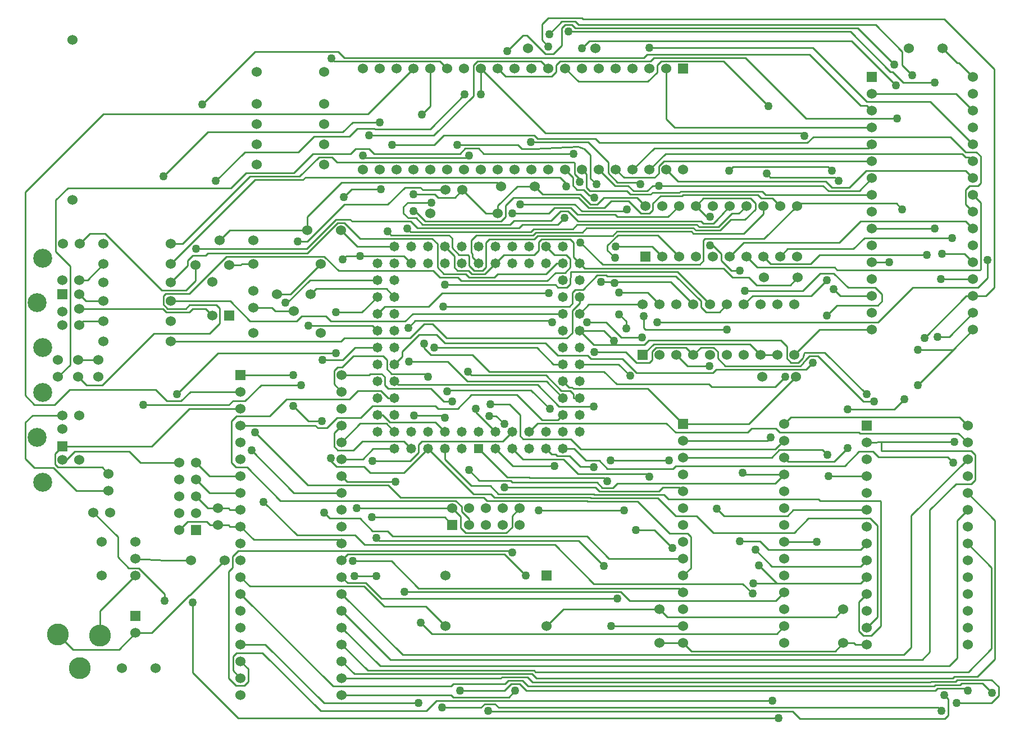
<source format=gbl>
%FSLAX25Y25*%
%MOIN*%
G70*
G01*
G75*
G04 Layer_Physical_Order=2*
G04 Layer_Color=16711680*
%ADD10C,0.01000*%
%ADD11R,0.06000X0.06000*%
%ADD12C,0.06000*%
%ADD13R,0.05800X0.05800*%
%ADD14C,0.05800*%
%ADD15R,0.06000X0.06000*%
%ADD16C,0.11200*%
%ADD17C,0.13000*%
%ADD18C,0.05000*%
D10*
X127000Y135000D02*
X133200D01*
X133952Y134248D01*
X140300D01*
X200300Y164248D02*
X212700D01*
X218952Y170500D01*
X231500D01*
X389000Y55000D02*
X395900D01*
X395916Y55016D01*
X402900D01*
X498000Y55000D02*
X504300D01*
X505284Y54016D01*
X511700D01*
X133500Y279500D02*
X140500D01*
X141000Y280000D01*
X148000D01*
Y254000D02*
X159000D01*
X161000Y252000D01*
X172000D01*
X44000Y223000D02*
X56000D01*
X449000Y226000D02*
X459000D01*
X127000Y125000D02*
X133200D01*
X133952Y124248D01*
X140300D01*
X512800Y348800D02*
X515000Y351000D01*
X385800Y348800D02*
X512800D01*
X373000Y336000D02*
X385800Y348800D01*
X122200Y125000D02*
X127000D01*
X120200Y127000D02*
X122200Y125000D01*
X109000Y127000D02*
X120200D01*
X104000Y122000D02*
X109000Y127000D01*
X49400Y270400D02*
X59000Y280000D01*
X44400Y270400D02*
X49400D01*
X286000Y310000D02*
X293000D01*
X272000Y324000D02*
X286000Y310000D01*
X557000Y408000D02*
X565500Y399500D01*
X566500D01*
X575000Y391000D01*
X200000Y300000D02*
X209500Y290500D01*
X231500D01*
X128000Y294000D02*
X134000Y300000D01*
X180000D01*
X200300Y64248D02*
X223148Y41400D01*
X560800D01*
X565400Y46000D01*
Y127716D01*
X571700Y134016D01*
X322000Y65000D02*
X332000Y75000D01*
X389000D01*
X45000Y292000D02*
X51000Y298000D01*
X60000D01*
X93500Y264500D01*
X108000D01*
X113500Y270000D01*
Y279500D01*
X563100Y229100D02*
X575000Y241000D01*
X44500Y253500D02*
X94100D01*
X96100Y251500D01*
X109750D01*
X111750Y253500D01*
X119500D01*
X123500Y249500D01*
X384629Y290300D02*
X390429Y284500D01*
X363000Y290300D02*
X384629D01*
X387829Y297100D02*
X400429Y284500D01*
X364102Y297100D02*
X387829D01*
X358000Y290998D02*
X364102Y297100D01*
X358000Y288200D02*
Y290998D01*
Y288200D02*
X362500Y283700D01*
X337900Y284100D02*
X341500Y280500D01*
X337900Y284100D02*
Y292900D01*
X335900Y294900D02*
X337900Y292900D01*
X318800Y294900D02*
X335900D01*
X317100Y293200D02*
X318800Y294900D01*
X317100Y288000D02*
Y293200D01*
X314600Y285500D02*
X317100Y288000D01*
X296500Y285500D02*
X314600D01*
X291500Y280500D02*
X296500Y285500D01*
X383000Y336000D02*
X392500Y345500D01*
X568500D01*
X570422Y343578D01*
X572422D01*
X575000Y341000D01*
X279800Y192200D02*
X291500Y180500D01*
X279800Y192200D02*
Y194200D01*
X274500Y343000D02*
X276000Y344500D01*
X214500Y343000D02*
X274500D01*
X213000Y344500D02*
X214500Y343000D01*
X393000Y366000D02*
Y396000D01*
Y366000D02*
X398000Y361000D01*
X515000D01*
X565000Y381000D02*
X575000Y371000D01*
X515000Y381000D02*
X565000D01*
X283000Y396000D02*
X321300Y357700D01*
X473500D01*
X475000Y356200D01*
X556500Y286000D02*
X570000D01*
X575000Y281000D01*
X226700Y185300D02*
X231500Y180500D01*
X211352Y185300D02*
X226700D01*
X200300Y174248D02*
X211352Y185300D01*
X493100Y50100D02*
X498000Y55000D01*
X407816Y50100D02*
X493100D01*
X402900Y55016D02*
X407816Y50100D01*
X209300Y135000D02*
X266000D01*
X237100Y174900D02*
X241500Y170500D01*
X212600Y174900D02*
X237100D01*
X207100Y169400D02*
X212600Y174900D01*
X198000Y169400D02*
X207100D01*
X195800Y171600D02*
X198000Y169400D01*
X195800Y171600D02*
Y179748D01*
X200300Y184248D01*
X34600Y171900D02*
X87400D01*
X109748Y194248D01*
X140300D01*
X328600Y303500D02*
X332600Y307500D01*
X307500Y303500D02*
X328600D01*
X305500Y301500D02*
X307500Y303500D01*
X245100Y301500D02*
X305500D01*
X241300Y305300D02*
X245100Y301500D01*
X206500Y305300D02*
X241300D01*
X205300Y306500D02*
X206500Y305300D01*
X196800Y306500D02*
X205300D01*
X179400Y289100D02*
X196800Y306500D01*
X114000Y289100D02*
X179400D01*
X206800Y103700D02*
X229740D01*
X245940Y87500D01*
X400416D01*
X402900Y85016D01*
X341500Y256782D02*
Y260500D01*
X337100Y252382D02*
X341500Y256782D01*
X337100Y239200D02*
Y252382D01*
X334000Y236100D02*
X337100Y239200D01*
X262400Y236100D02*
X334000D01*
X254200Y244300D02*
X262400Y236100D01*
X249200Y244300D02*
X254200D01*
X241000Y236100D02*
X249200Y244300D01*
X202000Y236100D02*
X241000D01*
X199900Y234000D02*
X202000Y236100D01*
X99000Y234000D02*
X199900D01*
X311500Y180500D02*
X316500Y185500D01*
X392900D01*
X398400Y180000D01*
X441230D01*
X443580Y182350D01*
X458000D01*
X460350Y180000D01*
X507200D01*
X507700Y179500D01*
X566216D01*
X571700Y174016D01*
X360047Y65016D02*
X402900D01*
X259900Y16700D02*
X283000D01*
X285200Y18900D01*
X291200D01*
X293400Y16700D01*
X554300D01*
X556300Y14700D01*
X571700Y144016D02*
X587900Y127816D01*
Y45451D02*
Y127816D01*
X577615Y35166D02*
X587900Y45451D01*
X563900Y35166D02*
X577615D01*
X562934Y34200D02*
X563900Y35166D01*
X315800Y34200D02*
X562934D01*
X313300Y36700D02*
X315800Y34200D01*
X207848Y36700D02*
X313300D01*
X200300Y44248D02*
X207848Y36700D01*
X570309Y28091D02*
X571700Y26700D01*
X554000Y28091D02*
X570309D01*
X552609Y26700D02*
X554000Y28091D01*
X310000Y26700D02*
X552609D01*
X306000Y30700D02*
X310000Y26700D01*
X301000Y30700D02*
X306000D01*
X297000Y26700D02*
X301000Y30700D01*
X270600Y26700D02*
X297000D01*
X571700Y114016D02*
X585900Y99816D01*
Y51700D02*
Y99816D01*
X572100Y37900D02*
X585900Y51700D01*
X315300Y37900D02*
X572100D01*
X314500Y38700D02*
X315300Y37900D01*
X215848Y38700D02*
X314500D01*
X200300Y54248D02*
X215848Y38700D01*
X391500Y341000D02*
X515000D01*
X388500Y338000D02*
X391500Y341000D01*
X388500Y333800D02*
Y338000D01*
X386000Y331300D02*
X388500Y333800D01*
X367700Y331300D02*
X386000D01*
X363000Y336000D02*
X367700Y331300D01*
X277900Y284100D02*
X281500Y280500D01*
X277900Y284100D02*
Y286100D01*
X277100Y286900D02*
X277900Y286100D01*
X277100Y286900D02*
Y294000D01*
X280300Y297200D01*
X313733D01*
X315433Y298900D01*
X343050D01*
X345650Y301500D01*
X408929D01*
X410429Y300000D01*
X425000D01*
X431300Y306300D01*
X439502D01*
X445800Y312598D01*
Y316000D01*
X442800Y319000D02*
X445800Y316000D01*
X414929Y319000D02*
X442800D01*
X410429Y314500D02*
X414929Y319000D01*
X239100Y301200D02*
X241100Y299200D01*
X312400D01*
X314100Y300900D01*
X337400D01*
X340000Y303500D01*
X410929D01*
X412429Y302000D01*
X423900D01*
X431900Y310000D01*
X435929D01*
X440429Y314500D01*
X393929Y308000D02*
X400429Y314500D01*
X363800Y308000D02*
X393929D01*
X362500Y309300D02*
X363800Y308000D01*
X340300Y309300D02*
X362500D01*
X336100Y313500D02*
X340300Y309300D01*
X326600Y313500D02*
X336100D01*
X323100Y310000D02*
X326600Y313500D01*
X301500Y310000D02*
X323100D01*
X343000Y336000D02*
X345582Y333418D01*
Y325298D02*
Y333418D01*
Y325298D02*
X347580Y323300D01*
X369508D01*
X371509Y321299D01*
X383509D01*
X384710Y322500D01*
X400714D01*
X401214Y323000D01*
X450000D01*
X452000Y321000D01*
X515000D01*
X319200Y413000D02*
X323000Y409200D01*
X319200Y413000D02*
Y422500D01*
X322700Y426000D01*
X342900D01*
X343600Y425300D01*
X558000D01*
X587600Y395700D01*
Y266000D02*
Y395700D01*
X582600Y261000D02*
X587600Y266000D01*
X575000Y261000D02*
X582600D01*
X301431Y130431D02*
X306000Y135000D01*
X301431Y123931D02*
Y130431D01*
X298000Y120500D02*
X301431Y123931D01*
X274000Y120500D02*
X298000D01*
X270960Y123540D02*
X274000Y120500D01*
X270960Y123540D02*
Y130040D01*
X266000Y135000D02*
X270960Y130040D01*
X306300Y315500D02*
X338667D01*
X342867Y311300D01*
X368300D01*
X369400Y312400D01*
X364500Y220500D02*
X371400Y213600D01*
X341500Y220500D02*
X364500D01*
X341500Y250500D02*
X347000Y256000D01*
X379000D01*
X293000Y396000D02*
X297500Y391500D01*
X325000D01*
X327500Y394000D01*
Y398000D01*
X330000Y400500D01*
X383490D01*
X385490Y402500D01*
X439700D01*
X475700Y366500D01*
X529900D01*
X438100Y156000D02*
X439084Y155016D01*
X462900D01*
X251500Y170500D02*
X278500Y143500D01*
X288700D01*
X290700Y141500D01*
X347900D01*
X348200Y141200D01*
X387716D01*
X398400Y130516D01*
X410944D01*
X420944Y120516D01*
X468764D01*
X477248Y129000D01*
X514000D01*
X518200Y124800D01*
Y70516D02*
Y124800D01*
X511700Y64016D02*
X518200Y70516D01*
X341500Y240500D02*
X355800D01*
X361800Y234500D01*
X223968Y81500D02*
X363800D01*
X214668Y90800D02*
X223968Y81500D01*
X203748Y90800D02*
X214668D01*
X200300Y94248D02*
X203748Y90800D01*
X237100Y284900D02*
X241500Y280500D01*
X200800Y282600D02*
X203100Y284900D01*
X189800Y132500D02*
X193300Y129000D01*
X211146D01*
X218641Y121505D01*
X227368D01*
X230573Y118300D01*
X345716D01*
X359000Y105016D01*
X402900D01*
X410429Y314500D02*
X416929Y308000D01*
X419000D01*
Y291000D02*
X420400D01*
X425400Y286000D01*
Y282000D02*
Y286000D01*
Y282000D02*
X431400Y276000D01*
X436600D01*
X439600Y264100D02*
X473700D01*
X484179Y274579D01*
X492200D01*
X500779Y266000D01*
X517000D01*
X521000Y262000D01*
Y258000D02*
Y262000D01*
X518500Y255500D02*
X521000Y258000D01*
X494200Y255500D02*
X518500D01*
X488200Y249500D02*
X494200Y255500D01*
X485600Y169600D02*
X488400Y166800D01*
X460000Y169600D02*
X485600D01*
X455416Y165016D02*
X460000Y169600D01*
X402900Y165016D02*
X455416D01*
X117500Y374900D02*
X148700Y406100D01*
X198300D01*
X201900Y402500D01*
X379490D01*
X381490Y404500D01*
X477758D01*
X508129Y374129D01*
X511871D01*
X515000Y371000D01*
X507374Y323374D02*
X515000Y331000D01*
X489100Y323374D02*
X507374D01*
X485974Y326500D02*
X489100Y323374D01*
X381509Y323299D02*
X384710Y326500D01*
X373509Y323299D02*
X381509D01*
X370308Y326500D02*
X373509Y323299D01*
X362500Y326500D02*
X370308D01*
X570500Y335500D02*
X575000Y331000D01*
X511500Y335500D02*
X570500D01*
X501374Y325374D02*
X511500Y335500D01*
X491100Y325374D02*
X501374D01*
X487374Y329100D02*
X491100Y325374D01*
X399900Y329100D02*
X487374D01*
X393000Y336000D02*
X399900Y329100D01*
X455929Y319000D02*
X460429Y314500D01*
X449100Y319000D02*
X455929D01*
X447100Y321000D02*
X449100Y319000D01*
X402714Y321000D02*
X447100D01*
X402214Y320500D02*
X402714Y321000D01*
X389500Y320500D02*
X402214D01*
X385000Y316000D02*
X389500Y320500D01*
X385000Y312000D02*
Y316000D01*
X383000Y310000D02*
X385000Y312000D01*
X377700Y310000D02*
X383000D01*
X370401Y317299D02*
X377700Y310000D01*
X360299Y317299D02*
X370401D01*
X356300Y313300D02*
X360299Y317299D01*
X347000Y313300D02*
X356300D01*
X340800Y319500D02*
X347000Y313300D01*
X302300Y319500D02*
X340800D01*
X297500Y314700D02*
X302300Y319500D01*
X297500Y308000D02*
Y314700D01*
X295000Y305500D02*
X297500Y308000D01*
X249960Y305500D02*
X295000D01*
X243960Y311500D02*
X249960Y305500D01*
X243000Y311500D02*
X243960D01*
X300581Y109719D02*
X301500Y108800D01*
X138919Y109719D02*
X300581D01*
X135500Y106300D02*
X138919Y109719D01*
X135500Y99729D02*
Y106300D01*
X133300Y97529D02*
X135500Y99729D01*
X133300Y34000D02*
Y97529D01*
Y34000D02*
X137600Y29700D01*
X142500D01*
X144800Y32000D01*
Y39748D01*
X140300Y44248D02*
X144800Y39748D01*
X457600Y207100D02*
X463500Y213000D01*
X419800Y207100D02*
X457600D01*
X418200Y208700D02*
X419800Y207100D01*
X363400Y208700D02*
X418200D01*
X356000Y216100D02*
X363400Y208700D01*
X287900Y216100D02*
X356000D01*
X278000Y226000D02*
X287900Y216100D01*
X253100Y226000D02*
X278000D01*
X249100Y230000D02*
X253100Y226000D01*
X249100Y230000D02*
Y232700D01*
X475900Y217500D02*
X479900Y221500D01*
X422500Y217500D02*
X475900D01*
X420500Y215500D02*
X422500Y217500D01*
X375300Y215500D02*
X420500D01*
X367000Y223800D02*
X375300Y215500D01*
X348213Y223800D02*
X367000D01*
X346300Y225713D02*
X348213Y223800D01*
X328487Y225713D02*
X346300D01*
X321200Y233000D02*
X328487Y225713D01*
X261500Y233000D02*
X321200D01*
X256500Y238000D02*
X261500Y233000D01*
X246200Y238000D02*
X256500D01*
X236200Y228000D02*
X246200Y238000D01*
X236200Y225200D02*
Y228000D01*
X231500Y220500D02*
X236200Y225200D01*
X293000Y310000D02*
Y314600D01*
X304400Y326000D01*
X315000D01*
X462900Y165016D02*
X465116Y162800D01*
X492400D01*
X500500Y170900D01*
Y193800D02*
X528300D01*
X534200Y199700D01*
X529400Y316000D02*
X533000Y312400D01*
X470429Y314500D02*
Y316000D01*
X439000Y256000D02*
X444100Y261100D01*
X478800D01*
X488200Y270500D01*
X488891Y337709D02*
X491100Y335500D01*
X432409Y337709D02*
X488891D01*
X430200Y335500D02*
X432409Y337709D01*
X201500Y319900D02*
X206100Y324500D01*
X223600D01*
X211100Y284900D02*
X237100D01*
X200300Y24248D02*
X265052D01*
X266600Y22700D01*
X279200D01*
X279400Y22900D01*
X299500D01*
X303300Y26700D01*
X284611Y345500D02*
X338000D01*
X281492Y348619D02*
X284611Y345500D01*
X273492Y348619D02*
X281492D01*
X270372Y345500D02*
X273492Y348619D01*
X219500Y345500D02*
X270372D01*
X216500Y348500D02*
X219500Y345500D01*
X208500Y348500D02*
X216500D01*
X205500Y345500D02*
X208500Y348500D01*
X183250Y345500D02*
X205500D01*
X171750Y334000D02*
X183250Y345500D01*
X143434Y334000D02*
X171750D01*
X134684Y325250D02*
X143434Y334000D01*
X37750Y325250D02*
X134684D01*
X30500Y318000D02*
X37750Y325250D01*
X30500Y287500D02*
Y318000D01*
Y287500D02*
X39100Y278900D01*
Y220100D02*
Y278900D01*
X32000Y213000D02*
X39100Y220100D01*
X570500Y315500D02*
X575000Y311000D01*
X570500Y315500D02*
Y324000D01*
X573000Y326500D01*
X578000D01*
X579500Y328000D01*
Y344000D01*
X577000Y346500D02*
X579500Y344000D01*
X570500Y346500D02*
X577000D01*
X561500Y355500D02*
X570500Y346500D01*
X480066Y355500D02*
X561500D01*
X476691Y352125D02*
X480066Y355500D01*
X353195Y352125D02*
X476691D01*
X350810Y354510D02*
X353195Y352125D01*
X316500Y354510D02*
X350810D01*
X314510Y356500D02*
X316500Y354510D01*
X260700Y356500D02*
X314510D01*
X255100Y350900D02*
X260700Y356500D01*
X230300Y350900D02*
X255100D01*
X114000Y162000D02*
X121752Y154248D01*
X140300D01*
X328000Y280500D02*
X331500D01*
X321600Y274100D02*
X328000Y280500D01*
X292900Y274100D02*
X321600D01*
X290900Y272100D02*
X292900Y274100D01*
X275900Y272100D02*
X290900D01*
X273900Y274100D02*
X275900Y272100D01*
X261000Y274100D02*
X273900D01*
X257100Y278000D02*
X261000Y274100D01*
X257100Y278000D02*
Y292100D01*
X254000Y295200D02*
X257100Y292100D01*
X211300Y295200D02*
X254000D01*
X202000Y304500D02*
X211300Y295200D01*
X198000Y304500D02*
X202000D01*
X180000Y286500D02*
X198000Y304500D01*
X121000Y286500D02*
X180000D01*
X119500Y285000D02*
X121000Y286500D01*
X112000Y285000D02*
X119500D01*
X109000Y282000D02*
X112000Y285000D01*
X109000Y279000D02*
Y282000D01*
X99000Y269000D02*
X109000Y279000D01*
X484000Y241000D02*
X515000D01*
X469000Y226000D02*
X484000Y241000D01*
X442016Y185016D02*
X470000Y213000D01*
X402900Y185016D02*
X442016D01*
X341500Y280500D02*
X344600Y277400D01*
X426878D01*
X432278Y272000D01*
X442000D01*
X446500Y267500D01*
X466500D01*
X471000Y272000D01*
X556000Y271000D02*
X575000D01*
X554000Y236900D02*
X560900D01*
X575000Y251000D01*
X502700Y412500D02*
X529200Y386000D01*
X347300Y412500D02*
X502700D01*
X343000Y408200D02*
X347300Y412500D01*
X237100Y156100D02*
X251500Y170500D01*
X217100Y156100D02*
X237100D01*
X213500Y159700D02*
X217100Y156100D01*
X197200Y159700D02*
X213500D01*
X193800Y163100D02*
X197200Y159700D01*
X193800Y163100D02*
Y164800D01*
X261500Y164100D02*
Y170500D01*
Y164100D02*
X277300Y148300D01*
X288400D01*
X293200Y143500D01*
X349900D01*
X350200Y143200D01*
X391600D01*
X394284Y140516D01*
X483184D01*
X484200Y139500D01*
X519800D01*
X520200Y139100D01*
Y65200D02*
Y139100D01*
X514500Y59500D02*
X520200Y65200D01*
X509700Y59500D02*
X514500D01*
X507200Y62000D02*
X509700Y59500D01*
X507200Y62000D02*
Y79516D01*
X511700Y84016D01*
X99000Y280000D02*
X149000Y330000D01*
X177250D01*
X178750Y331500D01*
X330000D01*
X334000Y327500D01*
Y326500D02*
Y327500D01*
X333500Y326000D02*
X334000Y326500D01*
X321500Y170500D02*
X324900Y167100D01*
X327100D01*
X328100Y166100D01*
X335538D01*
X341938Y159700D01*
X349700D01*
X349900Y159500D01*
X189700Y19400D02*
X245800D01*
X154852Y54248D02*
X189700Y19400D01*
X140300Y54248D02*
X154852D01*
X200300Y104248D02*
X203752Y107700D01*
X296800D01*
X309400Y95100D01*
X200300Y84248D02*
X236548Y48000D01*
X534000D01*
X538300Y52300D01*
Y130616D01*
X571700Y164016D01*
X575000Y321000D02*
X579564Y316436D01*
Y276964D02*
Y316436D01*
X579100Y276500D02*
X579564Y276964D01*
X494200Y276500D02*
X579100D01*
X492700Y278000D02*
X494200Y276500D01*
X446929Y278000D02*
X492700D01*
X440429Y284500D02*
X446929Y278000D01*
X384710Y326500D02*
X388500D01*
X353000Y336000D02*
X362500Y326500D01*
X404500Y230500D02*
X409000Y226000D01*
X387000Y230500D02*
X404500D01*
X384500Y228000D02*
X387000Y230500D01*
X384500Y223000D02*
Y228000D01*
X383000Y221500D02*
X384500Y223000D01*
X375300Y221500D02*
X383000D01*
X369000Y227800D02*
X375300Y221500D01*
X350300Y227800D02*
X369000D01*
X348800Y320800D02*
X350300Y319300D01*
X347200Y320800D02*
X348800D01*
X343900Y324100D02*
X347200Y320800D01*
X340000Y324100D02*
X343900D01*
X337500Y326600D02*
X340000Y324100D01*
X337500Y326600D02*
Y331500D01*
X333000Y336000D02*
X337500Y331500D01*
X334900Y418000D02*
X502157D01*
X526000Y394157D01*
X527343D01*
X533600Y387900D01*
X552200D01*
X515000Y301000D02*
X552200D01*
X436400Y115500D02*
X448505D01*
X453505Y110500D01*
X508184D01*
X511700Y114016D01*
X508184Y100500D02*
X511700Y104016D01*
X455500Y100500D02*
X508184D01*
X445700Y110300D02*
X455500Y100500D01*
X312500Y205200D02*
X323700Y194000D01*
X263800Y205200D02*
X312500D01*
X262900Y204300D02*
X263800Y205200D01*
X260200Y190100D02*
X261400Y188900D01*
X243100Y190100D02*
X260200D01*
X198048Y116500D02*
X200300Y114248D01*
X148048Y116500D02*
X198048D01*
X140300Y124248D02*
X148048Y116500D01*
X508184Y90500D02*
X511700Y94016D01*
X458400Y90500D02*
X508184D01*
X135800Y38748D02*
X140300Y34248D01*
X135800Y38748D02*
Y47000D01*
X138000Y49200D01*
X153100D01*
X187700Y14600D01*
X250500D01*
X256600Y20700D01*
X281200D01*
X281400Y20900D01*
X455800D01*
X281500Y170500D02*
X298500Y153500D01*
X311450D01*
X311750Y153200D01*
X355900D01*
X357900Y151200D01*
X341000Y115800D02*
X355900Y100900D01*
X222600Y115800D02*
X341000D01*
X220900Y117500D02*
X222600Y115800D01*
X207900Y94800D02*
X220900D01*
X180400Y186800D02*
X188600D01*
X171500Y195700D02*
X180400Y186800D01*
X171452Y214248D02*
X171500Y214200D01*
X140300Y214248D02*
X171452D01*
X57000Y74000D02*
X78000Y95000D01*
X57000Y59500D02*
Y74000D01*
X30100Y167400D02*
X34600Y171900D01*
X30100Y161000D02*
Y167400D01*
Y161000D02*
X31800Y159300D01*
X58200D01*
X62000Y155500D01*
X95300Y80200D02*
Y84200D01*
X80000Y99500D02*
X95300Y84200D01*
X74000Y99500D02*
X80000D01*
X67500Y106000D02*
X74000Y99500D01*
X67500Y106000D02*
Y118000D01*
X53000Y132500D02*
X67500Y118000D01*
X110333Y83333D02*
X131000Y104000D01*
X110000Y83333D02*
X110333D01*
X87667Y61000D02*
X110000Y83333D01*
X78000Y61000D02*
X87667D01*
X298500Y406500D02*
X307900Y415900D01*
X310300D01*
X321300Y404900D01*
X326000D01*
X330900Y409800D01*
Y420000D01*
X332900Y422000D01*
X336900D01*
X338900Y420000D01*
X506600D01*
X528100Y398500D01*
X515000Y281000D02*
X525200D01*
X380400Y241000D02*
X429000D01*
X379400Y242000D02*
X380400Y241000D01*
X379400Y242000D02*
Y249100D01*
X376300Y328500D02*
X377500Y327300D01*
X364000Y328500D02*
X376300D01*
X358500Y334000D02*
X364000Y328500D01*
X358500Y334000D02*
Y340500D01*
X346500Y352500D02*
X358500Y340500D01*
X312500Y352500D02*
X346500D01*
X409000Y226000D02*
X413500Y230500D01*
X421000D01*
X423500Y228000D01*
Y224000D02*
Y228000D01*
Y224000D02*
X428000Y219500D01*
X472600D01*
X475900Y223400D01*
X478000Y225500D01*
X483000D01*
X510000Y198500D01*
X516200D01*
X468264Y134016D02*
X511700D01*
X464764Y130516D02*
X468264Y134016D01*
X427184Y130516D02*
X464764D01*
X423000Y134700D02*
X427184Y130516D01*
X405500Y219500D02*
X418500D01*
X399000Y226000D02*
X405500Y219500D01*
X489184Y154016D02*
X511700D01*
X200300Y34248D02*
X294848D01*
X295300Y34700D01*
X310600D01*
X313400Y31900D01*
X549809D01*
X550000Y32091D01*
X564525D01*
X565600Y33166D01*
X586000D01*
X590200Y28966D01*
Y23700D02*
Y28966D01*
X586000Y19500D02*
X590200Y23700D01*
X565200Y19500D02*
X586000D01*
X570500Y305500D02*
X575000Y301000D01*
X508281Y305500D02*
X570500D01*
X495581Y292800D02*
X508281Y305500D01*
X438729Y292800D02*
X495581D01*
X430429Y284500D02*
X438729Y292800D01*
X450429Y284500D02*
X454929Y280000D01*
X478400D01*
X483900Y285500D01*
X547400D01*
X511984Y174300D02*
X515650Y174016D01*
X520665Y169000D02*
Y174300D01*
Y169000D02*
X574000D01*
X576200Y166800D01*
Y151700D02*
Y166800D01*
X574000Y149500D02*
X576200Y151700D01*
X564800Y149500D02*
X574000D01*
X549300Y134000D02*
X564800Y149500D01*
X549300Y49600D02*
Y134000D01*
X544900Y45200D02*
X549300Y49600D01*
X229348Y45200D02*
X544900D01*
X200300Y74248D02*
X229348Y45200D01*
X511700Y174016D02*
X511984Y174300D01*
X515650Y174016D02*
X520665Y174300D01*
X564000D01*
X460429Y284500D02*
X464929Y289000D01*
X504000D01*
X510500Y295500D01*
X562500D01*
X549500Y376500D02*
X575000Y351000D01*
X512000Y376500D02*
X549500D01*
X480000Y408500D02*
X512000Y376500D01*
X383000Y408500D02*
X480000D01*
X341500Y240500D02*
X349807Y232193D01*
X379893D02*
X382500Y234800D01*
X460800D01*
X464500Y231100D01*
Y224000D02*
Y231100D01*
Y224000D02*
X467000Y221500D01*
X471229D01*
X473900Y224171D01*
X475000Y227500D01*
X486865D01*
X511700Y202665D01*
X218577Y163100D02*
X241000D01*
X245900Y168000D01*
Y172800D01*
X248000Y174900D01*
X295900D01*
X301500Y180500D01*
X114000Y142000D02*
X121000Y135000D01*
X127000D01*
X328500Y187500D02*
X331500Y190500D01*
X319215Y187500D02*
X328500D01*
X304358Y202357D02*
X319215Y187500D01*
X277357Y202357D02*
X304358D01*
X269059Y194059D02*
X277357Y202357D01*
X257680Y194059D02*
X269059D01*
X255939Y195800D02*
X257680Y194059D01*
X218600Y195800D02*
X255939D01*
X211600Y188800D02*
X218600Y195800D01*
X197445Y188800D02*
X211600D01*
X191445Y182800D02*
X197445Y188800D01*
X186093Y182800D02*
X191445D01*
X184645Y184248D02*
X186093Y182800D01*
X140300Y184248D02*
X184645D01*
X99000Y258000D02*
X134100D01*
X146000Y246100D01*
X173526D01*
X176500Y249074D01*
X190926D01*
X193900Y246100D01*
X238000D01*
X242400Y250500D01*
X331500D01*
X140300Y94248D02*
X145748Y88800D01*
X213400D01*
X225556Y76644D01*
X250356D01*
X262000Y65000D01*
X260825Y198342D02*
X265900D01*
X253068Y206100D02*
X260825Y198342D01*
X227774Y206100D02*
X253068D01*
X225900Y207974D02*
X227774Y206100D01*
X225900Y207974D02*
Y213000D01*
X224000Y214900D02*
X225900Y213000D01*
X217100Y214900D02*
X224000D01*
X216448Y214248D02*
X217100Y214900D01*
X200300Y214248D02*
X216448D01*
X195800Y208748D02*
X200300Y204248D01*
X195800Y208748D02*
Y216600D01*
X198000Y218800D01*
X200600D01*
X207100Y225300D01*
X224800D01*
X227100Y223000D01*
Y217800D02*
Y223000D01*
Y217800D02*
X230000Y214900D01*
X249700D01*
X251500Y213100D01*
X258500Y400500D02*
X263000Y396000D01*
X195900Y400500D02*
X258500D01*
X194300Y402100D02*
X195900Y400500D01*
X452400Y333700D02*
X454600Y331500D01*
X493000D01*
X495100Y329400D01*
X492200Y265000D02*
X496200Y261000D01*
X492500Y264700D02*
X496200Y261000D01*
X515000D01*
X333000Y396000D02*
X340700Y388300D01*
X382000D01*
X387500Y393800D01*
Y398000D01*
X390000Y400500D01*
X426700D01*
X453500Y373700D01*
X216531Y356300D02*
X254920D01*
X278500Y379880D01*
Y398000D01*
X281000Y400500D01*
X318500D01*
X323000Y396000D01*
X571000Y261000D02*
X575000D01*
X546200Y236200D02*
X571000Y261000D01*
X200300Y154248D02*
X203648Y150900D01*
X232300D01*
X287200Y14900D02*
X287700Y14400D01*
X467900D01*
X472300Y10000D01*
X558300D01*
X560300Y12000D01*
Y21700D01*
X558000Y24000D02*
X560300Y21700D01*
X532846Y398154D02*
X539000Y392000D01*
X532846Y398154D02*
Y406210D01*
X517056Y422000D02*
X532846Y406210D01*
X340900Y422000D02*
X517056D01*
X338900Y424000D02*
X340900Y422000D01*
X330900Y424000D02*
X338900D01*
X323400Y416500D02*
X330900Y424000D01*
X171852Y144248D02*
X200300D01*
X146800Y169300D02*
X171852Y144248D01*
X125500Y329300D02*
X142700Y346500D01*
X174600D01*
X183700Y355600D01*
X204700D01*
X209400Y360300D01*
X219800D01*
X220000Y360100D01*
X252800D01*
X273300Y380600D01*
X283000D02*
Y396000D01*
X180000Y300000D02*
Y308202D01*
X200298Y328500D01*
X292500D01*
X295000Y326000D01*
X285100Y274100D02*
X291500Y280500D01*
X277500Y274100D02*
X285100D01*
X275500Y276100D02*
X277500Y274100D01*
X269000Y276100D02*
X275500D01*
X267100Y278000D02*
X269000Y276100D01*
X267100Y278000D02*
Y284900D01*
X261500Y290500D02*
X267100Y284900D01*
X182000Y262000D02*
X185300Y265300D01*
X226700D01*
X231500Y260500D01*
X34600Y163800D02*
X37000D01*
X41900Y168700D01*
X74200D01*
X80900Y162000D01*
X104000D01*
X221500Y190500D02*
X224600D01*
X229000Y186100D01*
X255900D01*
X261500Y180500D01*
X381816Y206100D02*
X402900Y185016D01*
X337800Y206100D02*
X381816D01*
X337000Y206900D02*
X337800Y206100D01*
X335100Y206900D02*
X337000D01*
X331500Y210500D02*
X335100Y206900D01*
X32000Y60000D02*
X40900Y51100D01*
X68100D01*
X78000Y61000D01*
X325861Y220500D02*
X331500D01*
X316061Y230300D02*
X325861Y220500D01*
X255200Y230300D02*
X316061D01*
X248000Y368700D02*
X253000Y373700D01*
Y396000D01*
X275100Y216100D02*
X277100Y214100D01*
X321400D01*
X330600Y204900D01*
X335800D01*
X338000Y202700D01*
Y200500D02*
Y202700D01*
Y200500D02*
X341500D01*
X162000Y262000D02*
X170000D01*
X188000Y280000D01*
X44500Y262000D02*
X48500Y258000D01*
X59000D01*
X44400Y243600D02*
X46800Y246000D01*
X59000D01*
X216000Y369000D02*
X243000Y396000D01*
X58800Y369000D02*
X216000D01*
X12500Y322700D02*
X58800Y369000D01*
X12500Y202000D02*
Y322700D01*
Y202000D02*
X18000Y196500D01*
X29900D01*
X38700Y205300D01*
X89800D01*
X96500Y198600D01*
X104900D01*
X110548Y204248D01*
X140300D01*
X559800Y165400D02*
X563100Y162100D01*
X518800Y165400D02*
X559800D01*
X515600Y168600D02*
X518800Y165400D01*
X507300Y168600D02*
X515600D01*
X498893Y160193D02*
X507300Y168600D01*
X398404Y160193D02*
X498893D01*
X396804Y158593D02*
X398404Y160193D01*
X358000Y158593D02*
X396804D01*
X353093Y163500D02*
X358000Y158593D01*
X345234Y163500D02*
X353093D01*
X338234Y170500D02*
X345234Y163500D01*
X331500Y170500D02*
X338234D01*
X140300Y84248D02*
X195048Y29500D01*
X265360D01*
X266619Y30759D01*
X297259D01*
X299200Y32700D01*
X307600D01*
X310800Y29500D01*
X552000D01*
X552591Y30091D01*
X567125D01*
X568200Y31166D01*
X580534D01*
X586200Y25500D01*
X301500Y170500D02*
X307900Y164100D01*
X332026D01*
X340655Y155471D01*
X381329D01*
X383000Y153800D01*
X387500Y245500D02*
X518500D01*
X539100Y266100D01*
X578000D01*
X583600Y271700D01*
Y282400D01*
X140300Y214248D02*
X141752Y215700D01*
X174300Y293500D02*
X180000D01*
X201786Y315286D01*
X227600D01*
X237866Y325551D01*
X246900D01*
X248451Y324000D01*
X262000D01*
X99000Y292000D02*
X106000D01*
X146000Y332000D01*
X175300D01*
X186800Y343500D01*
X194500D01*
X197500Y340500D01*
X338000D01*
X338500Y340000D01*
Y333554D02*
Y340000D01*
Y333554D02*
X341500Y330554D01*
Y328600D02*
Y330554D01*
X114000Y152000D02*
X121752Y144248D01*
X140300D01*
X321500Y290500D02*
X326561Y285439D01*
X333461D01*
X335900Y283000D01*
Y278000D02*
Y283000D01*
X332800Y274900D02*
X335900Y278000D01*
X327100Y274900D02*
X332800D01*
X322300Y270100D02*
X327100Y274900D01*
X271100Y270100D02*
X322300D01*
X269100Y272100D02*
X271100Y270100D01*
X258566Y272100D02*
X269100D01*
X254566Y276100D02*
X258566Y272100D01*
X198400Y276100D02*
X254566D01*
X190000Y284500D02*
X198400Y276100D01*
X132000Y284500D02*
X190000D01*
X110000Y262500D02*
X132000Y284500D01*
X95800Y262500D02*
X110000D01*
X94500Y261200D02*
X95800Y262500D01*
X94500Y256000D02*
Y261200D01*
Y256000D02*
X97000Y253500D01*
X107800D01*
X109900Y255600D01*
X126000D01*
X128000Y253600D01*
Y244900D02*
Y253600D01*
X122000Y238900D02*
X128000Y244900D01*
X89000Y238900D02*
X122000D01*
X58300Y208200D02*
X89000Y238900D01*
X48800Y208200D02*
X58300D01*
X44000Y213000D02*
X48800Y208200D01*
X261400Y129600D02*
X266000Y125000D01*
X218100Y129600D02*
X261400D01*
X82400Y196300D02*
X133300D01*
X135800Y198800D01*
X143000D01*
X152400Y208200D01*
X176100D01*
X180500Y243500D02*
X218500D01*
X221500Y240500D01*
X276000Y125000D02*
Y128636D01*
X271500Y133136D02*
X276000Y128636D01*
X271500Y133136D02*
Y136000D01*
X268000Y139500D02*
X271500Y136000D01*
X164000Y139500D02*
X268000D01*
X144200Y159300D02*
X164000Y139500D01*
X137600Y159300D02*
X144200D01*
X134900Y162000D02*
X137600Y159300D01*
X134900Y162000D02*
Y186600D01*
X138000Y189700D01*
X157500D01*
X167500Y199700D01*
X204800D01*
X210000Y204900D01*
X223600D01*
X228000Y200500D01*
X231500D01*
X181500Y270500D02*
X221500D01*
X168000Y257000D02*
X181500Y270500D01*
X167000Y257000D02*
X168000D01*
X148800Y180200D02*
X180200Y148800D01*
X227979D01*
X235279Y141500D01*
X284410D01*
X286410Y139500D01*
X345900D01*
X346200Y139200D01*
X375700D01*
X394900Y120000D01*
X405400D01*
X407400Y118000D01*
Y99516D02*
Y118000D01*
X402900Y95016D02*
X407400Y99516D01*
X424500Y251500D02*
X429000Y256000D01*
X416500Y251500D02*
X424500D01*
X413500Y254500D02*
X416500Y251500D01*
X413500Y254500D02*
Y258000D01*
X398600Y272900D02*
X413500Y258000D01*
X357700Y272900D02*
X398600D01*
X357200Y273400D02*
X357700Y272900D01*
X352000Y273400D02*
X357200D01*
X343500Y264900D02*
X352000Y273400D01*
X339000Y264900D02*
X343500D01*
X337100Y263000D02*
X339000Y264900D01*
X337100Y256600D02*
Y263000D01*
X335400Y254900D02*
X337100Y256600D01*
X260500Y254900D02*
X335400D01*
X261500Y267622D02*
X327100D01*
X328622Y266100D01*
X334000D01*
X335900Y268000D01*
X336129Y275400D01*
X399600D01*
X419000Y256000D01*
X359800Y163500D02*
X394500D01*
X268719Y350619D02*
X304881D01*
X307050Y348450D01*
X314440D01*
X340655Y349746D01*
X344290Y348510D01*
X348000Y344800D01*
Y330900D02*
Y344800D01*
Y330900D02*
X351600Y327300D01*
X395600Y269400D02*
X409000Y256000D01*
X400416Y147500D02*
X402900Y145016D01*
X390787Y147500D02*
X400416D01*
X388487Y145200D02*
X390787Y147500D01*
X353182Y145200D02*
X388487D01*
X350882Y147500D02*
X353182Y145200D01*
X296700Y147500D02*
X350882D01*
X292000Y189800D02*
X296700Y185100D01*
X288000Y189800D02*
X292000D01*
X457484Y149600D02*
X462900Y155016D01*
X363700Y149600D02*
X457484D01*
X361300Y147200D02*
X363700Y149600D01*
X355000Y147200D02*
X361300D01*
X351800Y150400D02*
X355000Y147200D01*
X301500Y150400D02*
X351800D01*
X300400Y151500D02*
X301500Y150400D01*
X282000Y151500D02*
X300400D01*
X275900Y157600D02*
X282000Y151500D01*
X423000Y306000D02*
X430429Y314500D01*
X421000Y304000D02*
X423000Y306000D01*
X415000Y304000D02*
X421000D01*
X413500Y305500D02*
X415000Y304000D01*
X340447Y305500D02*
X413500D01*
X334447Y311500D02*
X340447Y305500D01*
X330200Y311500D02*
X334447D01*
X324500Y305800D02*
X330200Y311500D01*
X302400Y305800D02*
X324500D01*
X300100Y303500D02*
X302400Y305800D01*
X248180Y303500D02*
X300100D01*
X244380Y307300D02*
X248180Y303500D01*
X239700Y307300D02*
X244380D01*
X237000Y310000D02*
X239700Y307300D01*
X237000Y310000D02*
Y314000D01*
X239500Y316500D01*
X253500D01*
X462900Y115016D02*
X482300D01*
X450429Y309729D02*
Y314500D01*
X438700Y298000D02*
X450429Y309729D01*
X409000Y298000D02*
X438700D01*
X407700Y299300D02*
X409000Y298000D01*
X363473Y299300D02*
X407700D01*
X361073Y296900D02*
X363473Y299300D01*
X316583Y296900D02*
X361073D01*
X314583Y294900D02*
X316583Y296900D01*
X288000Y294900D02*
X314583D01*
X285900Y292800D02*
X288000Y294900D01*
X285900Y278000D02*
Y292800D01*
X284000Y276100D02*
X285900Y278000D01*
X278954Y276100D02*
X284000D01*
X275900Y279154D02*
X278954Y276100D01*
X275900Y279154D02*
Y284900D01*
X275300Y285500D02*
X275900Y284900D01*
X270000Y285500D02*
X275300D01*
X265900Y289600D02*
X270000Y285500D01*
X265900Y289600D02*
Y295300D01*
X264000Y297200D02*
X265900Y295300D01*
X229600Y297200D02*
X264000D01*
X227500Y299300D02*
X229600Y297200D01*
X452716Y175016D02*
X454800Y177100D01*
X402900Y175016D02*
X452716D01*
X221500Y250500D02*
X225900Y254900D01*
X251741D01*
X259741Y262900D01*
X323100D01*
X341900Y292900D02*
X355100Y279700D01*
X412700D01*
X415000Y282000D01*
Y294000D01*
X416000Y295000D01*
X450929D01*
X470429Y314500D01*
X317100Y133900D02*
X367800D01*
X369100Y241700D02*
Y246000D01*
X365000Y250100D02*
X369100Y246000D01*
X365000Y263100D02*
X381900D01*
X389000Y256000D01*
X301900Y160100D02*
X326500D01*
X291500Y170500D02*
X301900Y160100D01*
X493500Y70500D02*
X498000Y75000D01*
X393500Y70500D02*
X493500D01*
X389000Y75000D02*
X393500Y70500D01*
X375630Y319299D02*
X380429Y314500D01*
X355999Y319299D02*
X375630D01*
X352000Y315300D02*
X355999Y319299D01*
X348000Y315300D02*
X352000D01*
X341800Y321500D02*
X348000Y315300D01*
X319500Y321500D02*
X341800D01*
X315000Y326000D02*
X319500Y321500D01*
X267500Y319500D02*
X272000Y324000D01*
X257500Y319500D02*
X267500D01*
X255500Y321500D02*
X257500Y319500D01*
X242900Y321500D02*
X255500D01*
X442500Y232500D02*
X449000Y226000D01*
X385500Y232500D02*
X442500D01*
X379000Y226000D02*
X385500Y232500D01*
X462900Y185016D02*
X466884Y189000D01*
X566716D01*
X571700Y184016D01*
X78000Y105000D02*
X95500Y104000D01*
X111000D01*
X42700Y145500D02*
X62000D01*
X29200Y159000D02*
X42700Y145500D01*
X18000Y159000D02*
X29200D01*
X12500Y164500D02*
X18000Y159000D01*
X12500Y164500D02*
Y186000D01*
X16700Y190200D01*
X34600D01*
X329300Y195500D02*
X349900D01*
X316500Y208300D02*
X329300Y195500D01*
X233700Y208300D02*
X316500D01*
X231500Y210500D02*
X233700Y208300D01*
X385800Y122100D02*
X396400Y111500D01*
X374700Y122100D02*
X385800D01*
X366205Y236500D02*
X378500D01*
X357205Y245500D02*
X366205Y236500D01*
X345900Y245500D02*
X357205D01*
X324300Y246300D02*
X325100Y245500D01*
X243900Y246300D02*
X324300D01*
X239800Y242200D02*
X243900Y246300D01*
X458384Y60500D02*
X462900Y65016D01*
X253800Y60500D02*
X458384D01*
X247100Y67200D02*
X253800Y60500D01*
X438300Y90100D02*
X444100Y84300D01*
X349900Y90100D02*
X438300D01*
X326700Y113300D02*
X349900Y90100D01*
X213900Y113300D02*
X326700D01*
X208100Y119100D02*
X213900Y113300D01*
X173700Y119100D02*
X208100D01*
X154000Y138800D02*
X173700Y119100D01*
X188800Y223000D02*
X200800D01*
X208300Y230500D01*
X221500D01*
X457984Y80100D02*
X462900Y85016D01*
X371200Y80100D02*
X457984D01*
X365800Y85500D02*
X371200Y80100D01*
X237500Y85500D02*
X365800D01*
X138800Y10400D02*
X459500D01*
X111800Y37400D02*
X138800Y10400D01*
X111800Y37400D02*
Y79200D01*
X102500Y202600D02*
X126900Y227000D01*
X196800D01*
Y251300D02*
X212300D01*
X221500Y260500D01*
X459938Y172465D02*
X462900Y175016D01*
X457573Y170100D02*
X459938Y172465D01*
X342200Y170100D02*
X457573D01*
X336200Y176100D02*
X342200Y170100D01*
X308000Y176100D02*
X336200D01*
X306100Y178000D02*
X308000Y176100D01*
X306100Y178000D02*
Y190500D01*
X299800Y196800D02*
X306100Y190500D01*
X288500Y196800D02*
X299800D01*
X240200Y222100D02*
X263200D01*
X275000Y210300D01*
X321700D01*
X331500Y200500D01*
X206700Y364200D02*
X223000D01*
X200800Y358300D02*
X206700Y364200D01*
X120700Y358300D02*
X200800D01*
X94500Y332100D02*
X120700Y358300D01*
X447900Y101000D02*
X458400Y90500D01*
X444500D02*
X458400D01*
X508184D01*
X384710Y326500D02*
X388500D01*
X485974D01*
X349807Y232193D02*
X361800D01*
X379893D01*
X542200Y208200D02*
X563100Y229100D01*
X575000Y241000D01*
X542200Y229100D02*
X563100D01*
X203100Y284900D02*
X211100D01*
X237100D01*
X362300Y268900D02*
Y269400D01*
X354300D02*
X362300D01*
X395600D01*
X362300D02*
X395600D01*
X470429Y316000D02*
X529400D01*
D11*
X266000Y125000D02*
D03*
X140300Y214248D02*
D03*
X511700Y184016D02*
D03*
X133500Y249500D02*
D03*
X402900Y185016D02*
D03*
X322000Y95000D02*
D03*
X515000Y391000D02*
D03*
D12*
X266000Y135000D02*
D03*
X276000Y125000D02*
D03*
Y135000D02*
D03*
X286000Y125000D02*
D03*
Y135000D02*
D03*
X296000Y125000D02*
D03*
Y135000D02*
D03*
X306000Y125000D02*
D03*
Y135000D02*
D03*
X200300Y24248D02*
D03*
Y34248D02*
D03*
Y44248D02*
D03*
Y54248D02*
D03*
Y64248D02*
D03*
Y74248D02*
D03*
Y84248D02*
D03*
Y94248D02*
D03*
Y104248D02*
D03*
Y114248D02*
D03*
Y124248D02*
D03*
Y134248D02*
D03*
Y144248D02*
D03*
Y154248D02*
D03*
Y164248D02*
D03*
Y174248D02*
D03*
Y184248D02*
D03*
Y194248D02*
D03*
Y204248D02*
D03*
Y214248D02*
D03*
X140300Y24248D02*
D03*
Y34248D02*
D03*
Y44248D02*
D03*
Y54248D02*
D03*
Y64248D02*
D03*
Y74248D02*
D03*
Y84248D02*
D03*
Y94248D02*
D03*
Y104248D02*
D03*
Y114248D02*
D03*
Y124248D02*
D03*
Y134248D02*
D03*
Y144248D02*
D03*
Y154248D02*
D03*
Y164248D02*
D03*
Y174248D02*
D03*
Y184248D02*
D03*
Y194248D02*
D03*
Y204248D02*
D03*
X511700Y174016D02*
D03*
Y164016D02*
D03*
Y154016D02*
D03*
Y144016D02*
D03*
Y134016D02*
D03*
Y124016D02*
D03*
Y114016D02*
D03*
Y104016D02*
D03*
Y94016D02*
D03*
Y84016D02*
D03*
Y74016D02*
D03*
Y64016D02*
D03*
Y54016D02*
D03*
X571700Y184016D02*
D03*
Y174016D02*
D03*
Y164016D02*
D03*
Y154016D02*
D03*
Y144016D02*
D03*
Y134016D02*
D03*
Y124016D02*
D03*
Y114016D02*
D03*
Y104016D02*
D03*
Y94016D02*
D03*
Y84016D02*
D03*
Y74016D02*
D03*
Y64016D02*
D03*
Y54016D02*
D03*
X498000Y55000D02*
D03*
Y75000D02*
D03*
X180000Y300000D02*
D03*
X200000D02*
D03*
X53000Y132500D02*
D03*
X63000D02*
D03*
X62000Y155500D02*
D03*
Y145500D02*
D03*
X44000Y223000D02*
D03*
Y213000D02*
D03*
X56000D02*
D03*
Y223000D02*
D03*
X44400Y190200D02*
D03*
Y163800D02*
D03*
X34600Y190200D02*
D03*
Y163800D02*
D03*
Y182100D02*
D03*
X44400Y243600D02*
D03*
X44500Y253500D02*
D03*
X44400Y270400D02*
D03*
X34600Y243600D02*
D03*
X44500Y262000D02*
D03*
X34600Y270400D02*
D03*
Y251900D02*
D03*
X78000Y95000D02*
D03*
Y105000D02*
D03*
Y115000D02*
D03*
X58000D02*
D03*
Y95000D02*
D03*
X35000Y292000D02*
D03*
X45000D02*
D03*
X32000Y223000D02*
D03*
Y213000D02*
D03*
X99000Y280000D02*
D03*
X59000D02*
D03*
X99000Y292000D02*
D03*
X59000D02*
D03*
X99000Y258000D02*
D03*
X59000D02*
D03*
X99000Y269000D02*
D03*
X59000D02*
D03*
X99000Y246000D02*
D03*
X59000D02*
D03*
X99000Y234000D02*
D03*
X59000D02*
D03*
X190000Y394000D02*
D03*
X150000D02*
D03*
X190000Y339000D02*
D03*
X150000D02*
D03*
Y351000D02*
D03*
X190000D02*
D03*
X150000Y363000D02*
D03*
X190000D02*
D03*
Y375000D02*
D03*
X150000D02*
D03*
X188000Y239000D02*
D03*
X148000D02*
D03*
X188000Y280000D02*
D03*
X148000D02*
D03*
X182000Y262000D02*
D03*
X172000Y252000D02*
D03*
X162000Y262000D02*
D03*
X148000Y264000D02*
D03*
Y254000D02*
D03*
X128000Y294000D02*
D03*
X148000D02*
D03*
X123500Y249500D02*
D03*
X104000Y122000D02*
D03*
X114000Y132000D02*
D03*
X104000D02*
D03*
X114000Y142000D02*
D03*
X104000D02*
D03*
X114000Y152000D02*
D03*
X104000D02*
D03*
X114000Y162000D02*
D03*
X104000D02*
D03*
X127000Y135000D02*
D03*
Y125000D02*
D03*
X131000Y104000D02*
D03*
X111000D02*
D03*
X537000Y408000D02*
D03*
X557000D02*
D03*
X40500Y318250D02*
D03*
Y413250D02*
D03*
X213000Y336000D02*
D03*
X223000D02*
D03*
X233000D02*
D03*
X243000D02*
D03*
X253000D02*
D03*
X263000D02*
D03*
X273000D02*
D03*
X283000D02*
D03*
X293000D02*
D03*
X303000D02*
D03*
X313000D02*
D03*
X323000D02*
D03*
X333000D02*
D03*
X343000D02*
D03*
X353000D02*
D03*
X363000D02*
D03*
X373000D02*
D03*
X383000D02*
D03*
X393000D02*
D03*
X403000D02*
D03*
X213000Y396000D02*
D03*
X223000D02*
D03*
X233000D02*
D03*
X243000D02*
D03*
X253000D02*
D03*
X263000D02*
D03*
X273000D02*
D03*
X283000D02*
D03*
X293000D02*
D03*
X303000D02*
D03*
X313000D02*
D03*
X323000D02*
D03*
X333000D02*
D03*
X343000D02*
D03*
X353000D02*
D03*
X363000D02*
D03*
X373000D02*
D03*
X383000D02*
D03*
X393000D02*
D03*
X311000Y408000D02*
D03*
X351000D02*
D03*
X293000Y310000D02*
D03*
X253000D02*
D03*
X262000Y324000D02*
D03*
X272000D02*
D03*
X295000Y326000D02*
D03*
X315000D02*
D03*
X470429Y314500D02*
D03*
X460429D02*
D03*
X450429D02*
D03*
X440429D02*
D03*
X430429D02*
D03*
X420429D02*
D03*
X410429D02*
D03*
X400429D02*
D03*
X390429D02*
D03*
X380429D02*
D03*
X470429Y284500D02*
D03*
X460429D02*
D03*
X450429D02*
D03*
X440429D02*
D03*
X430429D02*
D03*
X420429D02*
D03*
X410429D02*
D03*
X400429D02*
D03*
X390429D02*
D03*
X469000Y256000D02*
D03*
X459000D02*
D03*
X449000D02*
D03*
X439000D02*
D03*
X429000D02*
D03*
X419000D02*
D03*
X409000D02*
D03*
X399000D02*
D03*
X389000D02*
D03*
X379000D02*
D03*
X469000Y226000D02*
D03*
X459000D02*
D03*
X449000D02*
D03*
X439000D02*
D03*
X429000D02*
D03*
X419000D02*
D03*
X409000D02*
D03*
X399000D02*
D03*
X389000D02*
D03*
X471000Y272000D02*
D03*
X451000D02*
D03*
X402900Y175016D02*
D03*
Y165016D02*
D03*
Y155016D02*
D03*
Y145016D02*
D03*
Y135016D02*
D03*
Y125016D02*
D03*
Y115016D02*
D03*
Y105016D02*
D03*
Y95016D02*
D03*
Y85016D02*
D03*
Y75016D02*
D03*
Y65016D02*
D03*
Y55016D02*
D03*
X462900Y185016D02*
D03*
Y175016D02*
D03*
Y165016D02*
D03*
Y155016D02*
D03*
Y145016D02*
D03*
Y135016D02*
D03*
Y125016D02*
D03*
Y115016D02*
D03*
Y105016D02*
D03*
Y95016D02*
D03*
Y85016D02*
D03*
Y75016D02*
D03*
Y65016D02*
D03*
Y55016D02*
D03*
X470000Y213000D02*
D03*
X450000D02*
D03*
X262000Y95000D02*
D03*
Y65000D02*
D03*
X322000D02*
D03*
X389000Y55000D02*
D03*
Y75000D02*
D03*
X133500Y279500D02*
D03*
X123500Y269500D02*
D03*
X113500Y279500D02*
D03*
X70000Y40000D02*
D03*
X90000D02*
D03*
X78000Y61000D02*
D03*
X575000Y241000D02*
D03*
Y251000D02*
D03*
Y261000D02*
D03*
Y271000D02*
D03*
Y281000D02*
D03*
Y291000D02*
D03*
Y301000D02*
D03*
Y311000D02*
D03*
Y321000D02*
D03*
Y331000D02*
D03*
Y341000D02*
D03*
Y351000D02*
D03*
Y361000D02*
D03*
Y371000D02*
D03*
Y381000D02*
D03*
Y391000D02*
D03*
X515000Y241000D02*
D03*
Y251000D02*
D03*
Y261000D02*
D03*
Y271000D02*
D03*
Y281000D02*
D03*
Y291000D02*
D03*
Y301000D02*
D03*
Y311000D02*
D03*
Y321000D02*
D03*
Y331000D02*
D03*
Y341000D02*
D03*
Y351000D02*
D03*
Y361000D02*
D03*
Y371000D02*
D03*
Y381000D02*
D03*
D13*
X281500Y170500D02*
D03*
D14*
Y180500D02*
D03*
X291500Y170500D02*
D03*
Y180500D02*
D03*
X301500Y170500D02*
D03*
Y180500D02*
D03*
X311500Y170500D02*
D03*
Y180500D02*
D03*
X321500Y170500D02*
D03*
Y180500D02*
D03*
X331500Y170500D02*
D03*
X341500Y180500D02*
D03*
X331500D02*
D03*
X341500Y190500D02*
D03*
X331500D02*
D03*
X341500Y200500D02*
D03*
X331500D02*
D03*
X341500Y210500D02*
D03*
X331500D02*
D03*
X341500Y220500D02*
D03*
X331500D02*
D03*
X341500Y230500D02*
D03*
X331500D02*
D03*
X341500Y240500D02*
D03*
X331500D02*
D03*
X341500Y250500D02*
D03*
X331500D02*
D03*
X341500Y260500D02*
D03*
X331500D02*
D03*
X341500Y270500D02*
D03*
X331500D02*
D03*
X341500Y280500D02*
D03*
X331500Y290500D02*
D03*
Y280500D02*
D03*
X321500Y290500D02*
D03*
Y280500D02*
D03*
X311500Y290500D02*
D03*
Y280500D02*
D03*
X301500Y290500D02*
D03*
Y280500D02*
D03*
X291500Y290500D02*
D03*
Y280500D02*
D03*
X281500Y290500D02*
D03*
Y280500D02*
D03*
X271500Y290500D02*
D03*
Y280500D02*
D03*
X261500Y290500D02*
D03*
Y280500D02*
D03*
X251500Y290500D02*
D03*
Y280500D02*
D03*
X241500Y290500D02*
D03*
Y280500D02*
D03*
X231500Y290500D02*
D03*
X221500Y280500D02*
D03*
X231500D02*
D03*
X221500Y270500D02*
D03*
X231500D02*
D03*
X221500Y260500D02*
D03*
X231500D02*
D03*
X221500Y250500D02*
D03*
X231500D02*
D03*
X221500Y240500D02*
D03*
X231500D02*
D03*
X221500Y230500D02*
D03*
X231500D02*
D03*
X221500Y220500D02*
D03*
X231500D02*
D03*
X221500Y210500D02*
D03*
X231500D02*
D03*
X221500Y200500D02*
D03*
X231500D02*
D03*
X221500Y190500D02*
D03*
X231500D02*
D03*
X221500Y180500D02*
D03*
X231500Y170500D02*
D03*
Y180500D02*
D03*
X241500Y170500D02*
D03*
Y180500D02*
D03*
X251500Y170500D02*
D03*
Y180500D02*
D03*
X261500Y170500D02*
D03*
Y180500D02*
D03*
X271500Y170500D02*
D03*
Y180500D02*
D03*
D15*
X34600Y171900D02*
D03*
Y262100D02*
D03*
X114000Y122000D02*
D03*
X403000Y396000D02*
D03*
X380429Y284500D02*
D03*
X379000Y226000D02*
D03*
X78000Y71000D02*
D03*
D16*
X22800Y203600D02*
D03*
X19600Y177000D02*
D03*
X22800Y150400D02*
D03*
Y283500D02*
D03*
X19600Y257000D02*
D03*
X22800Y230500D02*
D03*
D17*
X32000Y60000D02*
D03*
X45000Y40000D02*
D03*
X57000Y59500D02*
D03*
D18*
X542200Y229100D02*
D03*
X363000Y290300D02*
D03*
X362500Y283700D02*
D03*
X279800Y194200D02*
D03*
X276000Y344500D02*
D03*
X213000D02*
D03*
X475000Y356200D02*
D03*
X556500Y286000D02*
D03*
X209300Y135000D02*
D03*
X332600Y307500D02*
D03*
X114000Y289100D02*
D03*
X206800Y103700D02*
D03*
X360047Y65016D02*
D03*
X259900Y16700D02*
D03*
X556300Y14700D02*
D03*
X554000Y236900D02*
D03*
X571700Y26700D02*
D03*
X270600D02*
D03*
X239100Y301200D02*
D03*
X301500Y310000D02*
D03*
X323000Y409200D02*
D03*
X306300Y315500D02*
D03*
X369400Y312400D02*
D03*
X371400Y213600D02*
D03*
X529900Y366500D02*
D03*
X438100Y156000D02*
D03*
X363800Y81500D02*
D03*
X361800Y234500D02*
D03*
X200800Y282600D02*
D03*
X189800Y132500D02*
D03*
X419000Y308000D02*
D03*
Y291000D02*
D03*
X436600Y276000D02*
D03*
X439600Y264100D02*
D03*
X488200Y249500D02*
D03*
X488400Y166800D02*
D03*
X117500Y374900D02*
D03*
X243000Y311500D02*
D03*
X301500Y108800D02*
D03*
X463500Y213000D02*
D03*
X249100Y232700D02*
D03*
X479900Y221500D02*
D03*
X500500Y170900D02*
D03*
Y193800D02*
D03*
X534200Y199700D02*
D03*
X533000Y312400D02*
D03*
X488200Y270500D02*
D03*
X491100Y335500D02*
D03*
X430200D02*
D03*
X201500Y319900D02*
D03*
X223600Y324500D02*
D03*
X211100Y284900D02*
D03*
X303300Y26700D02*
D03*
X338000Y345500D02*
D03*
X230300Y350900D02*
D03*
X529200Y386000D02*
D03*
X343000Y408200D02*
D03*
X193800Y164800D02*
D03*
X333500Y326000D02*
D03*
X349900Y159500D02*
D03*
X245800Y19400D02*
D03*
X309400Y95100D02*
D03*
X388500Y326500D02*
D03*
X350300Y227800D02*
D03*
Y319300D02*
D03*
X334900Y418000D02*
D03*
X552200Y387900D02*
D03*
Y301000D02*
D03*
X436400Y115500D02*
D03*
X445700Y110300D02*
D03*
X323700Y194000D02*
D03*
X262900Y204300D02*
D03*
X261400Y188900D02*
D03*
X243100Y190100D02*
D03*
X447900Y101000D02*
D03*
X455800Y20900D02*
D03*
X444500Y90500D02*
D03*
X357900Y151200D02*
D03*
X355900Y100900D02*
D03*
X220900Y117500D02*
D03*
Y94800D02*
D03*
X207900D02*
D03*
X188600Y186800D02*
D03*
X171500Y195700D02*
D03*
Y214200D02*
D03*
X95300Y80200D02*
D03*
X298500Y406500D02*
D03*
X528100Y398500D02*
D03*
X525200Y281000D02*
D03*
X429000Y241000D02*
D03*
X379400Y249100D02*
D03*
X377500Y327300D02*
D03*
X312500Y352500D02*
D03*
X516200Y198500D02*
D03*
X423000Y134700D02*
D03*
X418500Y219500D02*
D03*
X489184Y154016D02*
D03*
X565200Y19500D02*
D03*
X547400Y285500D02*
D03*
X564000Y174300D02*
D03*
X562500Y295500D02*
D03*
X383000Y408500D02*
D03*
X511700Y202665D02*
D03*
X218577Y163100D02*
D03*
X265900Y198342D02*
D03*
X251500Y213100D02*
D03*
X194300Y402100D02*
D03*
X452400Y333700D02*
D03*
X495100Y329400D02*
D03*
X492200Y265000D02*
D03*
X453500Y373700D02*
D03*
X542200Y208200D02*
D03*
X216531Y356300D02*
D03*
X546200Y236200D02*
D03*
X232300Y150900D02*
D03*
X287200Y14900D02*
D03*
X558000Y24000D02*
D03*
X556000Y271000D02*
D03*
X539000Y392000D02*
D03*
X323400Y416500D02*
D03*
X146800Y169300D02*
D03*
X125500Y329300D02*
D03*
X273300Y380600D02*
D03*
X283000D02*
D03*
X255200Y230300D02*
D03*
X248000Y368700D02*
D03*
X275100Y216100D02*
D03*
X563100Y162100D02*
D03*
X586200Y25500D02*
D03*
X383000Y153800D02*
D03*
X387500Y245500D02*
D03*
X583600Y282400D02*
D03*
X174300Y293500D02*
D03*
X341500Y328600D02*
D03*
X218100Y129600D02*
D03*
X82400Y196300D02*
D03*
X176100Y208200D02*
D03*
X180500Y243500D02*
D03*
X167000Y257000D02*
D03*
X148800Y180200D02*
D03*
X260500Y254900D02*
D03*
X261500Y267622D02*
D03*
X394500Y163500D02*
D03*
X359800D02*
D03*
X362300Y268900D02*
D03*
X268719Y350619D02*
D03*
X351600Y327300D02*
D03*
X354300Y269400D02*
D03*
X296700Y147500D02*
D03*
Y185100D02*
D03*
X288000Y189800D02*
D03*
X275900Y157600D02*
D03*
X253500Y316500D02*
D03*
X482300Y115016D02*
D03*
X227500Y299300D02*
D03*
X454800Y177100D02*
D03*
X323100Y262900D02*
D03*
X341900Y292900D02*
D03*
X317100Y133900D02*
D03*
X367800D02*
D03*
X369100Y241700D02*
D03*
X365000Y250100D02*
D03*
Y263100D02*
D03*
X326500Y160100D02*
D03*
X242900Y321500D02*
D03*
X349900Y195500D02*
D03*
X396400Y111500D02*
D03*
X374700Y122100D02*
D03*
X378500Y236500D02*
D03*
X345900Y245500D02*
D03*
X325100D02*
D03*
X239800Y242200D02*
D03*
X247100Y67200D02*
D03*
X444100Y84300D02*
D03*
X154000Y138800D02*
D03*
X188800Y223000D02*
D03*
X237500Y85500D02*
D03*
X459500Y10400D02*
D03*
X111800Y79200D02*
D03*
X102500Y202600D02*
D03*
X196800Y227000D02*
D03*
Y251300D02*
D03*
X288500Y196800D02*
D03*
X240200Y222100D02*
D03*
X223000Y364200D02*
D03*
X94500Y332100D02*
D03*
M02*

</source>
